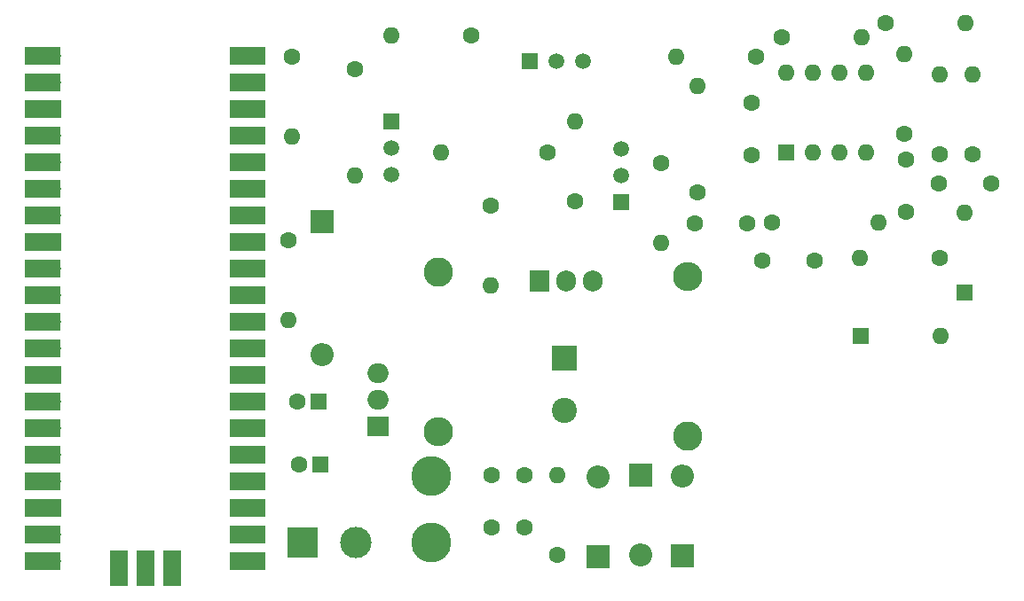
<source format=gbr>
%TF.GenerationSoftware,KiCad,Pcbnew,7.0.11+dfsg-1build4*%
%TF.CreationDate,2025-10-10T21:22:52-05:00*%
%TF.ProjectId,Synchronizer,53796e63-6872-46f6-9e69-7a65722e6b69,rev?*%
%TF.SameCoordinates,Original*%
%TF.FileFunction,Copper,L1,Top*%
%TF.FilePolarity,Positive*%
%FSLAX46Y46*%
G04 Gerber Fmt 4.6, Leading zero omitted, Abs format (unit mm)*
G04 Created by KiCad (PCBNEW 7.0.11+dfsg-1build4) date 2025-10-10 21:22:52*
%MOMM*%
%LPD*%
G01*
G04 APERTURE LIST*
%TA.AperFunction,ComponentPad*%
%ADD10C,1.600000*%
%TD*%
%TA.AperFunction,ComponentPad*%
%ADD11O,1.600000X1.600000*%
%TD*%
%TA.AperFunction,ComponentPad*%
%ADD12R,2.400000X2.400000*%
%TD*%
%TA.AperFunction,ComponentPad*%
%ADD13C,2.400000*%
%TD*%
%TA.AperFunction,ComponentPad*%
%ADD14R,1.600000X1.600000*%
%TD*%
%TA.AperFunction,ComponentPad*%
%ADD15O,1.700000X1.700000*%
%TD*%
%TA.AperFunction,SMDPad,CuDef*%
%ADD16R,3.500000X1.700000*%
%TD*%
%TA.AperFunction,ComponentPad*%
%ADD17R,1.700000X1.700000*%
%TD*%
%TA.AperFunction,SMDPad,CuDef*%
%ADD18R,1.700000X3.500000*%
%TD*%
%TA.AperFunction,ComponentPad*%
%ADD19R,2.200000X2.200000*%
%TD*%
%TA.AperFunction,ComponentPad*%
%ADD20O,2.200000X2.200000*%
%TD*%
%TA.AperFunction,ComponentPad*%
%ADD21R,1.500000X1.500000*%
%TD*%
%TA.AperFunction,ComponentPad*%
%ADD22C,1.500000*%
%TD*%
%TA.AperFunction,ComponentPad*%
%ADD23R,3.000000X3.000000*%
%TD*%
%TA.AperFunction,ComponentPad*%
%ADD24C,3.000000*%
%TD*%
%TA.AperFunction,ComponentPad*%
%ADD25C,2.800000*%
%TD*%
%TA.AperFunction,ComponentPad*%
%ADD26O,2.800000X2.800000*%
%TD*%
%TA.AperFunction,ComponentPad*%
%ADD27C,3.800000*%
%TD*%
%TA.AperFunction,ComponentPad*%
%ADD28R,2.000000X1.905000*%
%TD*%
%TA.AperFunction,ComponentPad*%
%ADD29O,2.000000X1.905000*%
%TD*%
%TA.AperFunction,ComponentPad*%
%ADD30R,1.905000X2.000000*%
%TD*%
%TA.AperFunction,ComponentPad*%
%ADD31O,1.905000X2.000000*%
%TD*%
G04 APERTURE END LIST*
D10*
%TO.P,C8,1*%
%TO.N,Net-(C8-Pad1)*%
X178600000Y-38270000D03*
%TO.P,C8,2*%
%TO.N,Net-(C8-Pad2)*%
X178600000Y-43270000D03*
%TD*%
%TO.P,R1,1*%
%TO.N,Net-(U1-3V3)*%
X119630000Y-46000000D03*
D11*
%TO.P,R1,2*%
%TO.N,Net-(U1-RUN)*%
X119630000Y-53620000D03*
%TD*%
D12*
%TO.P,C10,1*%
%TO.N,Net-(Q3-S)*%
X145950000Y-57250000D03*
D13*
%TO.P,C10,2*%
%TO.N,GND*%
X145950000Y-62250000D03*
%TD*%
D14*
%TO.P,D3,1,K*%
%TO.N,/AMPLITUDE*%
X184160000Y-50990000D03*
D11*
%TO.P,D3,2,A*%
%TO.N,GND*%
X184160000Y-43370000D03*
%TD*%
D10*
%TO.P,R5,1*%
%TO.N,Net-(Q2-C)*%
X155240000Y-38590000D03*
D11*
%TO.P,R5,2*%
%TO.N,Net-(D2-K)*%
X155240000Y-46210000D03*
%TD*%
D15*
%TO.P,U1,1,GPIO0*%
%TO.N,unconnected-(U1-GPIO0-Pad1)*%
X97100000Y-28390000D03*
D16*
X96200000Y-28390000D03*
D15*
%TO.P,U1,2,GPIO1*%
%TO.N,unconnected-(U1-GPIO1-Pad2)*%
X97100000Y-30930000D03*
D16*
X96200000Y-30930000D03*
D17*
%TO.P,U1,3,GND*%
%TO.N,GND*%
X97100000Y-33470000D03*
D16*
X96200000Y-33470000D03*
D15*
%TO.P,U1,4,GPIO2*%
%TO.N,/OSCIL*%
X97100000Y-36010000D03*
D16*
X96200000Y-36010000D03*
D15*
%TO.P,U1,5,GPIO3*%
%TO.N,unconnected-(U1-GPIO3-Pad5)*%
X97100000Y-38550000D03*
D16*
X96200000Y-38550000D03*
D15*
%TO.P,U1,6,GPIO4*%
%TO.N,/PULSE*%
X97100000Y-41090000D03*
D16*
X96200000Y-41090000D03*
D15*
%TO.P,U1,7,GPIO5*%
%TO.N,unconnected-(U1-GPIO5-Pad7)*%
X97100000Y-43630000D03*
D16*
X96200000Y-43630000D03*
D17*
%TO.P,U1,8,GND*%
%TO.N,GND*%
X97100000Y-46170000D03*
D16*
X96200000Y-46170000D03*
D15*
%TO.P,U1,9,GPIO6*%
%TO.N,unconnected-(U1-GPIO6-Pad9)*%
X97100000Y-48710000D03*
D16*
X96200000Y-48710000D03*
D15*
%TO.P,U1,10,GPIO7*%
%TO.N,unconnected-(U1-GPIO7-Pad10)*%
X97100000Y-51250000D03*
D16*
X96200000Y-51250000D03*
D15*
%TO.P,U1,11,GPIO8*%
%TO.N,unconnected-(U1-GPIO8-Pad11)*%
X97100000Y-53790000D03*
D16*
X96200000Y-53790000D03*
D15*
%TO.P,U1,12,GPIO9*%
%TO.N,unconnected-(U1-GPIO9-Pad12)*%
X97100000Y-56330000D03*
D16*
X96200000Y-56330000D03*
D17*
%TO.P,U1,13,GND*%
%TO.N,GND*%
X97100000Y-58870000D03*
D16*
X96200000Y-58870000D03*
D15*
%TO.P,U1,14,GPIO10*%
%TO.N,unconnected-(U1-GPIO10-Pad14)*%
X97100000Y-61410000D03*
D16*
X96200000Y-61410000D03*
D15*
%TO.P,U1,15,GPIO11*%
%TO.N,unconnected-(U1-GPIO11-Pad15)*%
X97100000Y-63950000D03*
D16*
X96200000Y-63950000D03*
D15*
%TO.P,U1,16,GPIO12*%
%TO.N,unconnected-(U1-GPIO12-Pad16)*%
X97100000Y-66490000D03*
D16*
X96200000Y-66490000D03*
D15*
%TO.P,U1,17,GPIO13*%
%TO.N,unconnected-(U1-GPIO13-Pad17)*%
X97100000Y-69030000D03*
D16*
X96200000Y-69030000D03*
D17*
%TO.P,U1,18,GND*%
%TO.N,GND*%
X97100000Y-71570000D03*
D16*
X96200000Y-71570000D03*
D15*
%TO.P,U1,19,GPIO14*%
%TO.N,unconnected-(U1-GPIO14-Pad19)*%
X97100000Y-74110000D03*
D16*
X96200000Y-74110000D03*
D15*
%TO.P,U1,20,GPIO15*%
%TO.N,unconnected-(U1-GPIO15-Pad20)*%
X97100000Y-76650000D03*
D16*
X96200000Y-76650000D03*
D15*
%TO.P,U1,21,GPIO16*%
%TO.N,unconnected-(U1-GPIO16-Pad21)*%
X114880000Y-76650000D03*
D16*
X115780000Y-76650000D03*
D15*
%TO.P,U1,22,GPIO17*%
%TO.N,unconnected-(U1-GPIO17-Pad22)*%
X114880000Y-74110000D03*
D16*
X115780000Y-74110000D03*
D17*
%TO.P,U1,23,GND*%
%TO.N,GND*%
X114880000Y-71570000D03*
D16*
X115780000Y-71570000D03*
D15*
%TO.P,U1,24,GPIO18*%
%TO.N,unconnected-(U1-GPIO18-Pad24)*%
X114880000Y-69030000D03*
D16*
X115780000Y-69030000D03*
D15*
%TO.P,U1,25,GPIO19*%
%TO.N,unconnected-(U1-GPIO19-Pad25)*%
X114880000Y-66490000D03*
D16*
X115780000Y-66490000D03*
D15*
%TO.P,U1,26,GPIO20*%
%TO.N,unconnected-(U1-GPIO20-Pad26)*%
X114880000Y-63950000D03*
D16*
X115780000Y-63950000D03*
D15*
%TO.P,U1,27,GPIO21*%
%TO.N,unconnected-(U1-GPIO21-Pad27)*%
X114880000Y-61410000D03*
D16*
X115780000Y-61410000D03*
D17*
%TO.P,U1,28,GND*%
%TO.N,GND*%
X114880000Y-58870000D03*
D16*
X115780000Y-58870000D03*
D15*
%TO.P,U1,29,GPIO22*%
%TO.N,unconnected-(U1-GPIO22-Pad29)*%
X114880000Y-56330000D03*
D16*
X115780000Y-56330000D03*
D15*
%TO.P,U1,30,RUN*%
%TO.N,Net-(U1-RUN)*%
X114880000Y-53790000D03*
D16*
X115780000Y-53790000D03*
D15*
%TO.P,U1,31,GPIO26_ADC0*%
%TO.N,/AMPLITUDE*%
X114880000Y-51250000D03*
D16*
X115780000Y-51250000D03*
D15*
%TO.P,U1,32,GPIO27_ADC1*%
%TO.N,/OSC_SIGNAL*%
X114880000Y-48710000D03*
D16*
X115780000Y-48710000D03*
D17*
%TO.P,U1,33,AGND*%
%TO.N,GND*%
X114880000Y-46170000D03*
D16*
X115780000Y-46170000D03*
D15*
%TO.P,U1,34,GPIO28_ADC2*%
%TO.N,unconnected-(U1-GPIO28_ADC2-Pad34)*%
X114880000Y-43630000D03*
D16*
X115780000Y-43630000D03*
D15*
%TO.P,U1,35,ADC_VREF*%
%TO.N,unconnected-(U1-ADC_VREF-Pad35)*%
X114880000Y-41090000D03*
D16*
X115780000Y-41090000D03*
D15*
%TO.P,U1,36,3V3*%
%TO.N,Net-(U1-3V3)*%
X114880000Y-38550000D03*
D16*
X115780000Y-38550000D03*
D15*
%TO.P,U1,37,3V3_EN*%
%TO.N,Net-(U1-3V3_EN)*%
X114880000Y-36010000D03*
D16*
X115780000Y-36010000D03*
D17*
%TO.P,U1,38,GND*%
%TO.N,GND*%
X114880000Y-33470000D03*
D16*
X115780000Y-33470000D03*
D15*
%TO.P,U1,39,VSYS*%
%TO.N,unconnected-(U1-VSYS-Pad39)*%
X114880000Y-30930000D03*
D16*
X115780000Y-30930000D03*
D15*
%TO.P,U1,40,VBUS*%
%TO.N,Net-(D1-K)*%
X114880000Y-28390000D03*
D16*
X115780000Y-28390000D03*
D15*
%TO.P,U1,41,SWCLK*%
%TO.N,unconnected-(U1-SWCLK-Pad41)*%
X103450000Y-76420000D03*
D18*
X103450000Y-77320000D03*
D17*
%TO.P,U1,42,GND*%
%TO.N,GND*%
X105990000Y-76420000D03*
D18*
X105990000Y-77320000D03*
D15*
%TO.P,U1,43,SWDIO*%
%TO.N,unconnected-(U1-SWDIO-Pad43)*%
X108530000Y-76420000D03*
D18*
X108530000Y-77320000D03*
%TD*%
D10*
%TO.P,R16,1*%
%TO.N,Net-(R16-Pad1)*%
X166750000Y-26560000D03*
D11*
%TO.P,R16,2*%
%TO.N,Net-(U3B--)*%
X174370000Y-26560000D03*
%TD*%
D10*
%TO.P,C4,1*%
%TO.N,Net-(D2-K)*%
X139000000Y-73400000D03*
%TO.P,C4,2*%
%TO.N,GND*%
X139000000Y-68400000D03*
%TD*%
%TO.P,R9,1*%
%TO.N,Net-(Q3-G)*%
X158630000Y-41420000D03*
D11*
%TO.P,R9,2*%
%TO.N,Net-(Q4-C)*%
X158630000Y-31260000D03*
%TD*%
D19*
%TO.P,D2,1,K*%
%TO.N,Net-(D2-K)*%
X149160000Y-76200000D03*
D20*
%TO.P,D2,2,A*%
%TO.N,Net-(D2-A)*%
X149160000Y-68580000D03*
%TD*%
D10*
%TO.P,R13,1*%
%TO.N,Net-(U3A-+)*%
X184940000Y-37790000D03*
D11*
%TO.P,R13,2*%
%TO.N,Net-(D1-K)*%
X184940000Y-30170000D03*
%TD*%
D10*
%TO.P,R15,1*%
%TO.N,Net-(C8-Pad1)*%
X178390000Y-35790000D03*
D11*
%TO.P,R15,2*%
%TO.N,Net-(U3B--)*%
X178390000Y-28170000D03*
%TD*%
D10*
%TO.P,R12,1*%
%TO.N,GND*%
X181800000Y-37790000D03*
D11*
%TO.P,R12,2*%
%TO.N,Net-(U3A-+)*%
X181800000Y-30170000D03*
%TD*%
D21*
%TO.P,Q2,1,E*%
%TO.N,+12V*%
X151430000Y-42330000D03*
D22*
%TO.P,Q2,2,B*%
%TO.N,Net-(Q2-B)*%
X151430000Y-39790000D03*
%TO.P,Q2,3,C*%
%TO.N,Net-(Q2-C)*%
X151430000Y-37250000D03*
%TD*%
D10*
%TO.P,R18,1*%
%TO.N,Net-(D2-K)*%
X145310000Y-76000000D03*
D11*
%TO.P,R18,2*%
%TO.N,GND*%
X145310000Y-68380000D03*
%TD*%
D10*
%TO.P,R7,1*%
%TO.N,Net-(Q4-B)*%
X137110000Y-26440000D03*
D11*
%TO.P,R7,2*%
%TO.N,/PULSE*%
X129490000Y-26440000D03*
%TD*%
D10*
%TO.P,C9,1*%
%TO.N,/AMPLITUDE*%
X164830000Y-47930000D03*
%TO.P,C9,2*%
%TO.N,GND*%
X169830000Y-47930000D03*
%TD*%
D14*
%TO.P,C2,1*%
%TO.N,+5V*%
X122520000Y-61370000D03*
D10*
%TO.P,C2,2*%
%TO.N,GND*%
X120520000Y-61370000D03*
%TD*%
D14*
%TO.P,D4,1,K*%
%TO.N,/AMPLITUDE*%
X174290000Y-55160000D03*
D11*
%TO.P,D4,2,A*%
%TO.N,Net-(D4-A)*%
X181910000Y-55160000D03*
%TD*%
D10*
%TO.P,R11,1*%
%TO.N,Net-(C6-Pad2)*%
X165820000Y-44310000D03*
D11*
%TO.P,R11,2*%
%TO.N,Net-(U3A--)*%
X175980000Y-44310000D03*
%TD*%
D21*
%TO.P,Q1,1,E*%
%TO.N,GND*%
X129480000Y-34650000D03*
D22*
%TO.P,Q1,2,B*%
%TO.N,Net-(Q1-B)*%
X129480000Y-37190000D03*
%TO.P,Q1,3,C*%
%TO.N,Net-(Q1-C)*%
X129480000Y-39730000D03*
%TD*%
D10*
%TO.P,C3,1*%
%TO.N,Net-(D2-K)*%
X142130000Y-73400000D03*
%TO.P,C3,2*%
%TO.N,GND*%
X142130000Y-68400000D03*
%TD*%
%TO.P,C5,1*%
%TO.N,Net-(D1-K)*%
X163840000Y-32820000D03*
%TO.P,C5,2*%
%TO.N,GND*%
X163840000Y-37820000D03*
%TD*%
D23*
%TO.P,J1,1,Pin_1*%
%TO.N,+12V*%
X121000000Y-74820000D03*
D24*
%TO.P,J1,2,Pin_2*%
%TO.N,GND*%
X126080000Y-74820000D03*
%TD*%
D25*
%TO.P,R6,1*%
%TO.N,Net-(D2-K)*%
X157750000Y-64710000D03*
D26*
%TO.P,R6,2*%
%TO.N,Net-(Q3-D)*%
X157750000Y-49470000D03*
%TD*%
D10*
%TO.P,R19,1*%
%TO.N,Net-(R16-Pad1)*%
X176630000Y-25220000D03*
D11*
%TO.P,R19,2*%
%TO.N,Net-(D4-A)*%
X184250000Y-25220000D03*
%TD*%
D14*
%TO.P,C1,1*%
%TO.N,+12V*%
X122660000Y-67440000D03*
D10*
%TO.P,C1,2*%
%TO.N,GND*%
X120660000Y-67440000D03*
%TD*%
%TO.P,R14,1*%
%TO.N,Net-(C8-Pad2)*%
X181770000Y-47710000D03*
D11*
%TO.P,R14,2*%
%TO.N,Net-(U3A--)*%
X174150000Y-47710000D03*
%TD*%
D10*
%TO.P,R8,1*%
%TO.N,+12V*%
X146970000Y-42260000D03*
D11*
%TO.P,R8,2*%
%TO.N,Net-(Q2-B)*%
X146970000Y-34640000D03*
%TD*%
D10*
%TO.P,R10,1*%
%TO.N,+12V*%
X138910000Y-42680000D03*
D11*
%TO.P,R10,2*%
%TO.N,Net-(Q3-G)*%
X138910000Y-50300000D03*
%TD*%
D10*
%TO.P,R20,1*%
%TO.N,Net-(R16-Pad1)*%
X164270000Y-28410000D03*
D11*
%TO.P,R20,2*%
%TO.N,/OSC_SIGNAL*%
X156650000Y-28410000D03*
%TD*%
D21*
%TO.P,Q4,1,E*%
%TO.N,GND*%
X142650000Y-28840000D03*
D22*
%TO.P,Q4,2,B*%
%TO.N,Net-(Q4-B)*%
X145190000Y-28840000D03*
%TO.P,Q4,3,C*%
%TO.N,Net-(Q4-C)*%
X147730000Y-28840000D03*
%TD*%
D27*
%TO.P,J2,1,Pin_1*%
%TO.N,Net-(D2-K)*%
X133310000Y-74810000D03*
%TD*%
D19*
%TO.P,D6,1,K*%
%TO.N,Net-(D5-A)*%
X157250000Y-76090000D03*
D20*
%TO.P,D6,2,A*%
%TO.N,GND*%
X157250000Y-68470000D03*
%TD*%
D14*
%TO.P,U3,1*%
%TO.N,Net-(C8-Pad2)*%
X167130000Y-37560000D03*
D11*
%TO.P,U3,2,-*%
%TO.N,Net-(U3A--)*%
X169670000Y-37560000D03*
%TO.P,U3,3,+*%
%TO.N,Net-(U3A-+)*%
X172210000Y-37560000D03*
%TO.P,U3,4,V-*%
%TO.N,GND*%
X174750000Y-37560000D03*
%TO.P,U3,5,+*%
%TO.N,Net-(U3A-+)*%
X174750000Y-29940000D03*
%TO.P,U3,6,-*%
%TO.N,Net-(U3B--)*%
X172210000Y-29940000D03*
%TO.P,U3,7*%
%TO.N,Net-(R16-Pad1)*%
X169670000Y-29940000D03*
%TO.P,U3,8,V+*%
%TO.N,Net-(D1-K)*%
X167130000Y-29940000D03*
%TD*%
D10*
%TO.P,R3,1*%
%TO.N,/OSCIL*%
X125950000Y-29620000D03*
D11*
%TO.P,R3,2*%
%TO.N,Net-(Q1-B)*%
X125950000Y-39780000D03*
%TD*%
D25*
%TO.P,R17,1*%
%TO.N,Net-(Q3-S)*%
X133940000Y-49010000D03*
D26*
%TO.P,R17,2*%
%TO.N,+12V*%
X133940000Y-64250000D03*
%TD*%
D10*
%TO.P,C6,1*%
%TO.N,Net-(D2-K)*%
X158440000Y-44370000D03*
%TO.P,C6,2*%
%TO.N,Net-(C6-Pad2)*%
X163440000Y-44370000D03*
%TD*%
D19*
%TO.P,D5,1,K*%
%TO.N,Net-(D2-A)*%
X153290000Y-68410000D03*
D20*
%TO.P,D5,2,A*%
%TO.N,Net-(D5-A)*%
X153290000Y-76030000D03*
%TD*%
D10*
%TO.P,C7,1*%
%TO.N,Net-(U3A-+)*%
X186710000Y-40540000D03*
%TO.P,C7,2*%
%TO.N,GND*%
X181710000Y-40540000D03*
%TD*%
D19*
%TO.P,D1,1,K*%
%TO.N,Net-(D1-K)*%
X122830000Y-44160000D03*
D20*
%TO.P,D1,2,A*%
%TO.N,+5V*%
X122830000Y-56860000D03*
%TD*%
D27*
%TO.P,J3,1,Pin_1*%
%TO.N,GND*%
X133250000Y-68500000D03*
%TD*%
D10*
%TO.P,R2,1*%
%TO.N,Net-(D1-K)*%
X119990000Y-28430000D03*
D11*
%TO.P,R2,2*%
%TO.N,Net-(U1-3V3_EN)*%
X119990000Y-36050000D03*
%TD*%
D28*
%TO.P,U2,1,VI*%
%TO.N,+12V*%
X128170000Y-63780000D03*
D29*
%TO.P,U2,2,GND*%
%TO.N,GND*%
X128170000Y-61240000D03*
%TO.P,U2,3,VO*%
%TO.N,+5V*%
X128170000Y-58700000D03*
%TD*%
D10*
%TO.P,R4,1*%
%TO.N,Net-(Q2-B)*%
X144330000Y-37620000D03*
D11*
%TO.P,R4,2*%
%TO.N,Net-(Q1-C)*%
X134170000Y-37620000D03*
%TD*%
D30*
%TO.P,Q3,1,G*%
%TO.N,Net-(Q3-G)*%
X143630000Y-49870000D03*
D31*
%TO.P,Q3,2,D*%
%TO.N,Net-(Q3-D)*%
X146170000Y-49870000D03*
%TO.P,Q3,3,S*%
%TO.N,Net-(Q3-S)*%
X148710000Y-49870000D03*
%TD*%
M02*

</source>
